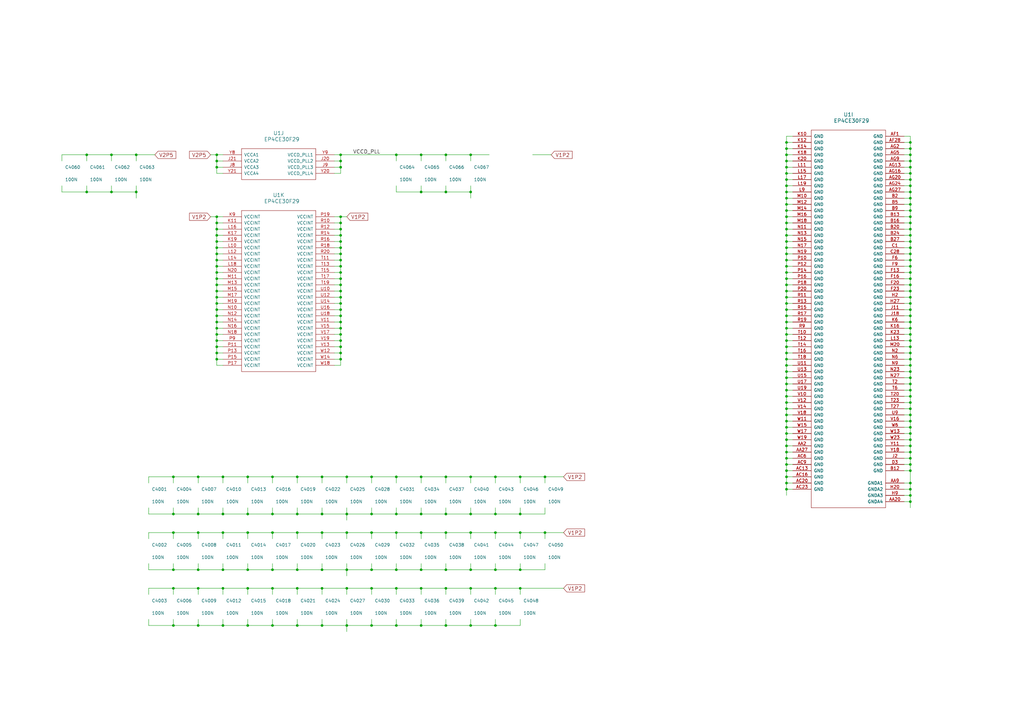
<source format=kicad_sch>
(kicad_sch (version 20230121) (generator eeschema)
  (paper "A3")
  (title_block (title "Daisho Project Main Board") (date "10 Oct 2014") (rev "0") (company "ShareBrained Technology, Inc.") (comment 1 "Copyright © 2013 Jared Boone") (comment 2 "License: GNU General Public License, version 2"))
  (junction (at 142.24 241.3))
  (junction (at 139.7 104.14))
  (junction (at 172.72 233.68))
  (junction (at 182.88 218.44))
  (junction (at 55.88 63.5))
  (junction (at 55.88 78.74))
  (junction (at 142.24 233.68))
  (junction (at 81.28 233.68))
  (junction (at 322.58 66.04))
  (junction (at 322.58 198.12))
  (junction (at 88.9 109.22))
  (junction (at 121.92 241.3))
  (junction (at 373.38 157.48))
  (junction (at 322.58 63.5))
  (junction (at 88.9 116.84))
  (junction (at 322.58 172.72))
  (junction (at 111.76 195.58))
  (junction (at 373.38 68.58))
  (junction (at 203.2 218.44))
  (junction (at 322.58 76.2))
  (junction (at 322.58 60.96))
  (junction (at 373.38 129.54))
  (junction (at 373.38 177.8))
  (junction (at 373.38 205.74))
  (junction (at 139.7 96.52))
  (junction (at 373.38 71.12))
  (junction (at 88.9 134.62))
  (junction (at 322.58 104.14))
  (junction (at 322.58 127))
  (junction (at 139.7 137.16))
  (junction (at 373.38 160.02))
  (junction (at 162.56 63.5))
  (junction (at 373.38 76.2))
  (junction (at 322.58 177.8))
  (junction (at 81.28 195.58))
  (junction (at 203.2 256.54))
  (junction (at 81.28 210.82))
  (junction (at 373.38 180.34))
  (junction (at 322.58 111.76))
  (junction (at 373.38 162.56))
  (junction (at 132.08 256.54))
  (junction (at 322.58 124.46))
  (junction (at 88.9 129.54))
  (junction (at 322.58 114.3))
  (junction (at 91.44 256.54))
  (junction (at 139.7 121.92))
  (junction (at 139.7 63.5))
  (junction (at 101.6 210.82))
  (junction (at 322.58 152.4))
  (junction (at 373.38 187.96))
  (junction (at 139.7 106.68))
  (junction (at 322.58 165.1))
  (junction (at 373.38 132.08))
  (junction (at 322.58 190.5))
  (junction (at 91.44 218.44))
  (junction (at 322.58 149.86))
  (junction (at 203.2 210.82))
  (junction (at 139.7 134.62))
  (junction (at 322.58 96.52))
  (junction (at 88.9 93.98))
  (junction (at 373.38 73.66))
  (junction (at 88.9 137.16))
  (junction (at 71.12 218.44))
  (junction (at 373.38 203.2))
  (junction (at 373.38 109.22))
  (junction (at 142.24 195.58))
  (junction (at 132.08 218.44))
  (junction (at 213.36 233.68))
  (junction (at 322.58 68.58))
  (junction (at 373.38 198.12))
  (junction (at 139.7 129.54))
  (junction (at 373.38 182.88))
  (junction (at 121.92 256.54))
  (junction (at 373.38 101.6))
  (junction (at 45.72 63.5))
  (junction (at 203.2 241.3))
  (junction (at 88.9 101.6))
  (junction (at 322.58 88.9))
  (junction (at 322.58 73.66))
  (junction (at 182.88 233.68))
  (junction (at 81.28 241.3))
  (junction (at 322.58 83.82))
  (junction (at 111.76 256.54))
  (junction (at 322.58 134.62))
  (junction (at 152.4 195.58))
  (junction (at 373.38 200.66))
  (junction (at 172.72 63.5))
  (junction (at 121.92 195.58))
  (junction (at 182.88 195.58))
  (junction (at 88.9 63.5))
  (junction (at 322.58 71.12))
  (junction (at 142.24 218.44))
  (junction (at 373.38 58.42))
  (junction (at 88.9 119.38))
  (junction (at 132.08 195.58))
  (junction (at 111.76 218.44))
  (junction (at 373.38 60.96))
  (junction (at 88.9 132.08))
  (junction (at 91.44 195.58))
  (junction (at 71.12 210.82))
  (junction (at 322.58 180.34))
  (junction (at 139.7 144.78))
  (junction (at 152.4 241.3))
  (junction (at 182.88 256.54))
  (junction (at 132.08 233.68))
  (junction (at 322.58 121.92))
  (junction (at 322.58 78.74))
  (junction (at 213.36 210.82))
  (junction (at 373.38 63.5))
  (junction (at 373.38 91.44))
  (junction (at 373.38 149.86))
  (junction (at 223.52 218.44))
  (junction (at 203.2 195.58))
  (junction (at 193.04 241.3))
  (junction (at 142.24 256.54))
  (junction (at 193.04 256.54))
  (junction (at 322.58 106.68))
  (junction (at 88.9 147.32))
  (junction (at 162.56 256.54))
  (junction (at 101.6 195.58))
  (junction (at 373.38 167.64))
  (junction (at 152.4 218.44))
  (junction (at 193.04 210.82))
  (junction (at 91.44 241.3))
  (junction (at 322.58 142.24))
  (junction (at 322.58 109.22))
  (junction (at 182.88 210.82))
  (junction (at 193.04 63.5))
  (junction (at 111.76 233.68))
  (junction (at 91.44 233.68))
  (junction (at 88.9 121.92))
  (junction (at 111.76 210.82))
  (junction (at 322.58 144.78))
  (junction (at 182.88 241.3))
  (junction (at 101.6 218.44))
  (junction (at 91.44 210.82))
  (junction (at 162.56 241.3))
  (junction (at 139.7 109.22))
  (junction (at 322.58 162.56))
  (junction (at 88.9 114.3))
  (junction (at 213.36 241.3))
  (junction (at 152.4 233.68))
  (junction (at 373.38 193.04))
  (junction (at 373.38 137.16))
  (junction (at 139.7 139.7))
  (junction (at 322.58 91.44))
  (junction (at 88.9 99.06))
  (junction (at 139.7 93.98))
  (junction (at 373.38 190.5))
  (junction (at 322.58 116.84))
  (junction (at 132.08 241.3))
  (junction (at 373.38 99.06))
  (junction (at 322.58 81.28))
  (junction (at 322.58 93.98))
  (junction (at 101.6 233.68))
  (junction (at 139.7 114.3))
  (junction (at 121.92 218.44))
  (junction (at 162.56 233.68))
  (junction (at 373.38 78.74))
  (junction (at 373.38 142.24))
  (junction (at 88.9 68.58))
  (junction (at 373.38 175.26))
  (junction (at 139.7 124.46))
  (junction (at 152.4 210.82))
  (junction (at 322.58 182.88))
  (junction (at 322.58 137.16))
  (junction (at 373.38 93.98))
  (junction (at 139.7 132.08))
  (junction (at 88.9 144.78))
  (junction (at 139.7 101.6))
  (junction (at 322.58 193.04))
  (junction (at 373.38 185.42))
  (junction (at 162.56 218.44))
  (junction (at 172.72 256.54))
  (junction (at 81.28 218.44))
  (junction (at 373.38 106.68))
  (junction (at 101.6 241.3))
  (junction (at 373.38 152.4))
  (junction (at 139.7 116.84))
  (junction (at 322.58 187.96))
  (junction (at 322.58 154.94))
  (junction (at 152.4 256.54))
  (junction (at 132.08 210.82))
  (junction (at 88.9 91.44))
  (junction (at 322.58 175.26))
  (junction (at 213.36 195.58))
  (junction (at 172.72 210.82))
  (junction (at 373.38 144.78))
  (junction (at 373.38 147.32))
  (junction (at 193.04 78.74))
  (junction (at 373.38 127))
  (junction (at 45.72 78.74))
  (junction (at 139.7 119.38))
  (junction (at 322.58 185.42))
  (junction (at 142.24 210.82))
  (junction (at 139.7 127))
  (junction (at 172.72 241.3))
  (junction (at 111.76 241.3))
  (junction (at 139.7 68.58))
  (junction (at 373.38 81.28))
  (junction (at 322.58 101.6))
  (junction (at 182.88 63.5))
  (junction (at 139.7 66.04))
  (junction (at 322.58 129.54))
  (junction (at 81.28 256.54))
  (junction (at 223.52 195.58))
  (junction (at 373.38 104.14))
  (junction (at 101.6 256.54))
  (junction (at 121.92 233.68))
  (junction (at 193.04 195.58))
  (junction (at 88.9 124.46))
  (junction (at 139.7 147.32))
  (junction (at 373.38 154.94))
  (junction (at 373.38 134.62))
  (junction (at 182.88 78.74))
  (junction (at 88.9 66.04))
  (junction (at 139.7 142.24))
  (junction (at 322.58 86.36))
  (junction (at 322.58 119.38))
  (junction (at 373.38 114.3))
  (junction (at 322.58 170.18))
  (junction (at 162.56 195.58))
  (junction (at 373.38 86.36))
  (junction (at 373.38 66.04))
  (junction (at 203.2 233.68))
  (junction (at 322.58 99.06))
  (junction (at 322.58 132.08))
  (junction (at 322.58 157.48))
  (junction (at 88.9 88.9))
  (junction (at 162.56 210.82))
  (junction (at 322.58 160.02))
  (junction (at 71.12 233.68))
  (junction (at 88.9 127))
  (junction (at 139.7 88.9))
  (junction (at 172.72 195.58))
  (junction (at 193.04 218.44))
  (junction (at 373.38 121.92))
  (junction (at 71.12 256.54))
  (junction (at 373.38 111.76))
  (junction (at 373.38 83.82))
  (junction (at 88.9 96.52))
  (junction (at 322.58 58.42))
  (junction (at 88.9 106.68))
  (junction (at 373.38 88.9))
  (junction (at 373.38 116.84))
  (junction (at 88.9 139.7))
  (junction (at 121.92 210.82))
  (junction (at 88.9 142.24))
  (junction (at 71.12 195.58))
  (junction (at 322.58 195.58))
  (junction (at 373.38 170.18))
  (junction (at 71.12 241.3))
  (junction (at 172.72 218.44))
  (junction (at 373.38 139.7))
  (junction (at 373.38 119.38))
  (junction (at 373.38 96.52))
  (junction (at 172.72 78.74))
  (junction (at 373.38 124.46))
  (junction (at 213.36 218.44))
  (junction (at 139.7 99.06))
  (junction (at 373.38 172.72))
  (junction (at 88.9 111.76))
  (junction (at 35.56 63.5))
  (junction (at 193.04 233.68))
  (junction (at 322.58 167.64))
  (junction (at 88.9 104.14))
  (junction (at 373.38 165.1))
  (junction (at 322.58 147.32))
  (junction (at 139.7 91.44))
  (junction (at 322.58 200.66))
  (junction (at 322.58 139.7))
  (junction (at 139.7 111.76))
  (junction (at 35.56 78.74))
  (wire (pts (xy 88.9 93.98) (xy 91.44 93.98)))
  (wire (pts (xy 101.6 210.82) (xy 101.6 208.28)))
  (wire (pts (xy 373.38 63.5) (xy 373.38 66.04)))
  (wire (pts (xy 373.38 114.3) (xy 370.84 114.3)))
  (wire (pts (xy 322.58 154.94) (xy 322.58 157.48)))
  (wire (pts (xy 121.92 233.68) (xy 132.08 233.68)))
  (wire (pts (xy 88.9 91.44) (xy 88.9 88.9)))
  (wire (pts (xy 213.36 241.3) (xy 213.36 243.84)))
  (wire (pts (xy 322.58 139.7) (xy 325.12 139.7)))
  (wire (pts (xy 373.38 127) (xy 373.38 129.54)))
  (wire (pts (xy 373.38 66.04) (xy 373.38 68.58)))
  (wire (pts (xy 193.04 256.54) (xy 193.04 254)))
  (wire (pts (xy 373.38 99.06) (xy 370.84 99.06)))
  (wire (pts (xy 152.4 256.54) (xy 142.24 256.54)))
  (wire (pts (xy 172.72 218.44) (xy 172.72 220.98)))
  (wire (pts (xy 203.2 256.54) (xy 203.2 254)))
  (wire (pts (xy 182.88 256.54) (xy 182.88 254)))
  (wire (pts (xy 152.4 233.68) (xy 162.56 233.68)))
  (wire (pts (xy 88.9 66.04) (xy 88.9 63.5)))
  (wire (pts (xy 373.38 111.76) (xy 370.84 111.76)))
  (wire (pts (xy 322.58 162.56) (xy 322.58 165.1)))
  (wire (pts (xy 139.7 63.5) (xy 162.56 63.5)))
  (wire (pts (xy 162.56 256.54) (xy 152.4 256.54)))
  (wire (pts (xy 111.76 241.3) (xy 111.76 243.84)))
  (wire (pts (xy 172.72 241.3) (xy 162.56 241.3)))
  (wire (pts (xy 132.08 241.3) (xy 121.92 241.3)))
  (wire (pts (xy 322.58 160.02) (xy 322.58 162.56)))
  (wire (pts (xy 203.2 218.44) (xy 203.2 220.98)))
  (wire (pts (xy 322.58 195.58) (xy 325.12 195.58)))
  (wire (pts (xy 88.9 139.7) (xy 91.44 139.7)))
  (wire (pts (xy 193.04 210.82) (xy 193.04 208.28)))
  (wire (pts (xy 373.38 86.36) (xy 373.38 88.9)))
  (wire (pts (xy 91.44 63.5) (xy 88.9 63.5)))
  (wire (pts (xy 193.04 195.58) (xy 193.04 198.12)))
  (wire (pts (xy 373.38 83.82) (xy 370.84 83.82)))
  (wire (pts (xy 162.56 210.82) (xy 162.56 208.28)))
  (wire (pts (xy 91.44 218.44) (xy 81.28 218.44)))
  (wire (pts (xy 322.58 91.44) (xy 325.12 91.44)))
  (wire (pts (xy 373.38 190.5) (xy 370.84 190.5)))
  (wire (pts (xy 121.92 241.3) (xy 121.92 243.84)))
  (wire (pts (xy 213.36 218.44) (xy 203.2 218.44)))
  (wire (pts (xy 322.58 66.04) (xy 325.12 66.04)))
  (wire (pts (xy 213.36 218.44) (xy 213.36 220.98)))
  (wire (pts (xy 139.7 147.32) (xy 139.7 144.78)))
  (wire (pts (xy 162.56 233.68) (xy 162.56 231.14)))
  (wire (pts (xy 139.7 96.52) (xy 139.7 93.98)))
  (wire (pts (xy 322.58 121.92) (xy 325.12 121.92)))
  (wire (pts (xy 373.38 119.38) (xy 370.84 119.38)))
  (wire (pts (xy 322.58 172.72) (xy 322.58 175.26)))
  (wire (pts (xy 322.58 195.58) (xy 322.58 198.12)))
  (wire (pts (xy 322.58 86.36) (xy 322.58 88.9)))
  (wire (pts (xy 373.38 147.32) (xy 373.38 149.86)))
  (wire (pts (xy 203.2 195.58) (xy 193.04 195.58)))
  (wire (pts (xy 111.76 256.54) (xy 111.76 254)))
  (wire (pts (xy 35.56 63.5) (xy 45.72 63.5)))
  (wire (pts (xy 139.7 99.06) (xy 137.16 99.06)))
  (wire (pts (xy 322.58 111.76) (xy 322.58 114.3)))
  (wire (pts (xy 213.36 210.82) (xy 213.36 208.28)))
  (wire (pts (xy 373.38 116.84) (xy 373.38 119.38)))
  (wire (pts (xy 322.58 144.78) (xy 325.12 144.78)))
  (wire (pts (xy 172.72 256.54) (xy 162.56 256.54)))
  (wire (pts (xy 203.2 195.58) (xy 203.2 198.12)))
  (wire (pts (xy 373.38 182.88) (xy 373.38 185.42)))
  (wire (pts (xy 223.52 198.12) (xy 223.52 195.58)))
  (wire (pts (xy 373.38 63.5) (xy 370.84 63.5)))
  (wire (pts (xy 25.4 76.2) (xy 25.4 78.74)))
  (wire (pts (xy 139.7 132.08) (xy 139.7 129.54)))
  (wire (pts (xy 373.38 154.94) (xy 370.84 154.94)))
  (wire (pts (xy 121.92 256.54) (xy 111.76 256.54)))
  (wire (pts (xy 182.88 76.2) (xy 182.88 78.74)))
  (wire (pts (xy 132.08 195.58) (xy 121.92 195.58)))
  (wire (pts (xy 373.38 81.28) (xy 370.84 81.28)))
  (wire (pts (xy 91.44 149.86) (xy 88.9 149.86)))
  (wire (pts (xy 373.38 114.3) (xy 373.38 116.84)))
  (wire (pts (xy 139.7 139.7) (xy 137.16 139.7)))
  (wire (pts (xy 373.38 185.42) (xy 370.84 185.42)))
  (wire (pts (xy 322.58 129.54) (xy 322.58 132.08)))
  (wire (pts (xy 162.56 63.5) (xy 162.56 66.04)))
  (wire (pts (xy 373.38 185.42) (xy 373.38 187.96)))
  (wire (pts (xy 139.7 129.54) (xy 137.16 129.54)))
  (wire (pts (xy 373.38 205.74) (xy 373.38 208.28)))
  (wire (pts (xy 81.28 210.82) (xy 81.28 208.28)))
  (wire (pts (xy 35.56 66.04) (xy 35.56 63.5)))
  (wire (pts (xy 370.84 205.74) (xy 373.38 205.74)))
  (wire (pts (xy 88.9 142.24) (xy 88.9 139.7)))
  (wire (pts (xy 162.56 241.3) (xy 162.56 243.84)))
  (wire (pts (xy 373.38 73.66) (xy 373.38 76.2)))
  (wire (pts (xy 223.52 233.68) (xy 223.52 231.14)))
  (wire (pts (xy 322.58 144.78) (xy 322.58 147.32)))
  (wire (pts (xy 203.2 210.82) (xy 203.2 208.28)))
  (wire (pts (xy 322.58 119.38) (xy 325.12 119.38)))
  (wire (pts (xy 203.2 241.3) (xy 203.2 243.84)))
  (wire (pts (xy 162.56 256.54) (xy 162.56 254)))
  (wire (pts (xy 88.9 96.52) (xy 91.44 96.52)))
  (wire (pts (xy 322.58 86.36) (xy 325.12 86.36)))
  (wire (pts (xy 71.12 210.82) (xy 81.28 210.82)))
  (wire (pts (xy 121.92 210.82) (xy 121.92 208.28)))
  (wire (pts (xy 60.96 231.14) (xy 60.96 233.68)))
  (wire (pts (xy 373.38 147.32) (xy 370.84 147.32)))
  (wire (pts (xy 142.24 213.36) (xy 142.24 210.82)))
  (wire (pts (xy 373.38 152.4) (xy 370.84 152.4)))
  (wire (pts (xy 139.7 71.12) (xy 137.16 71.12)))
  (wire (pts (xy 373.38 157.48) (xy 370.84 157.48)))
  (wire (pts (xy 88.9 63.5) (xy 86.36 63.5)))
  (wire (pts (xy 152.4 218.44) (xy 142.24 218.44)))
  (wire (pts (xy 139.7 137.16) (xy 139.7 134.62)))
  (wire (pts (xy 172.72 210.82) (xy 182.88 210.82)))
  (wire (pts (xy 101.6 233.68) (xy 101.6 231.14)))
  (wire (pts (xy 35.56 78.74) (xy 45.72 78.74)))
  (wire (pts (xy 373.38 170.18) (xy 370.84 170.18)))
  (wire (pts (xy 322.58 63.5) (xy 325.12 63.5)))
  (wire (pts (xy 373.38 142.24) (xy 373.38 144.78)))
  (wire (pts (xy 152.4 195.58) (xy 152.4 198.12)))
  (wire (pts (xy 111.76 241.3) (xy 101.6 241.3)))
  (wire (pts (xy 139.7 149.86) (xy 139.7 147.32)))
  (wire (pts (xy 322.58 187.96) (xy 322.58 190.5)))
  (wire (pts (xy 35.56 76.2) (xy 35.56 78.74)))
  (wire (pts (xy 373.38 182.88) (xy 370.84 182.88)))
  (wire (pts (xy 373.38 104.14) (xy 373.38 106.68)))
  (wire (pts (xy 139.7 127) (xy 137.16 127)))
  (wire (pts (xy 91.44 147.32) (xy 88.9 147.32)))
  (wire (pts (xy 139.7 111.76) (xy 139.7 109.22)))
  (wire (pts (xy 162.56 218.44) (xy 152.4 218.44)))
  (wire (pts (xy 60.96 208.28) (xy 60.96 210.82)))
  (wire (pts (xy 373.38 76.2) (xy 370.84 76.2)))
  (wire (pts (xy 91.44 233.68) (xy 91.44 231.14)))
  (wire (pts (xy 373.38 73.66) (xy 370.84 73.66)))
  (wire (pts (xy 101.6 210.82) (xy 111.76 210.82)))
  (wire (pts (xy 91.44 195.58) (xy 81.28 195.58)))
  (wire (pts (xy 322.58 76.2) (xy 325.12 76.2)))
  (wire (pts (xy 45.72 63.5) (xy 55.88 63.5)))
  (wire (pts (xy 325.12 55.88) (xy 322.58 55.88)))
  (wire (pts (xy 193.04 78.74) (xy 193.04 76.2)))
  (wire (pts (xy 121.92 233.68) (xy 121.92 231.14)))
  (wire (pts (xy 373.38 93.98) (xy 370.84 93.98)))
  (wire (pts (xy 322.58 149.86) (xy 325.12 149.86)))
  (wire (pts (xy 322.58 116.84) (xy 325.12 116.84)))
  (wire (pts (xy 373.38 187.96) (xy 373.38 190.5)))
  (wire (pts (xy 373.38 149.86) (xy 370.84 149.86)))
  (wire (pts (xy 373.38 139.7) (xy 373.38 142.24)))
  (wire (pts (xy 81.28 195.58) (xy 81.28 198.12)))
  (wire (pts (xy 81.28 195.58) (xy 71.12 195.58)))
  (wire (pts (xy 91.44 256.54) (xy 81.28 256.54)))
  (wire (pts (xy 60.96 218.44) (xy 60.96 220.98)))
  (wire (pts (xy 322.58 104.14) (xy 325.12 104.14)))
  (wire (pts (xy 373.38 149.86) (xy 373.38 152.4)))
  (wire (pts (xy 373.38 137.16) (xy 373.38 139.7)))
  (wire (pts (xy 373.38 177.8) (xy 373.38 180.34)))
  (wire (pts (xy 373.38 78.74) (xy 373.38 81.28)))
  (wire (pts (xy 162.56 218.44) (xy 162.56 220.98)))
  (wire (pts (xy 139.7 96.52) (xy 137.16 96.52)))
  (wire (pts (xy 373.38 106.68) (xy 370.84 106.68)))
  (wire (pts (xy 139.7 121.92) (xy 139.7 119.38)))
  (wire (pts (xy 81.28 241.3) (xy 81.28 243.84)))
  (wire (pts (xy 373.38 124.46) (xy 373.38 127)))
  (wire (pts (xy 139.7 124.46) (xy 139.7 121.92)))
  (wire (pts (xy 322.58 73.66) (xy 325.12 73.66)))
  (wire (pts (xy 373.38 198.12) (xy 373.38 200.66)))
  (wire (pts (xy 88.9 134.62) (xy 91.44 134.62)))
  (wire (pts (xy 137.16 63.5) (xy 139.7 63.5)))
  (wire (pts (xy 139.7 66.04) (xy 137.16 66.04)))
  (wire (pts (xy 373.38 71.12) (xy 373.38 73.66)))
  (wire (pts (xy 142.24 195.58) (xy 132.08 195.58)))
  (wire (pts (xy 139.7 104.14) (xy 139.7 101.6)))
  (wire (pts (xy 60.96 210.82) (xy 71.12 210.82)))
  (wire (pts (xy 322.58 99.06) (xy 325.12 99.06)))
  (wire (pts (xy 322.58 106.68) (xy 322.58 109.22)))
  (wire (pts (xy 88.9 91.44) (xy 91.44 91.44)))
  (wire (pts (xy 139.7 114.3) (xy 137.16 114.3)))
  (wire (pts (xy 231.14 218.44) (xy 223.52 218.44)))
  (wire (pts (xy 71.12 256.54) (xy 60.96 256.54)))
  (wire (pts (xy 88.9 129.54) (xy 91.44 129.54)))
  (wire (pts (xy 322.58 157.48) (xy 322.58 160.02)))
  (wire (pts (xy 162.56 63.5) (xy 172.72 63.5)))
  (wire (pts (xy 142.24 210.82) (xy 152.4 210.82)))
  (wire (pts (xy 373.38 203.2) (xy 373.38 205.74)))
  (wire (pts (xy 139.7 109.22) (xy 137.16 109.22)))
  (wire (pts (xy 213.36 233.68) (xy 213.36 231.14)))
  (wire (pts (xy 373.38 121.92) (xy 370.84 121.92)))
  (wire (pts (xy 88.9 71.12) (xy 88.9 68.58)))
  (wire (pts (xy 322.58 119.38) (xy 322.58 121.92)))
  (wire (pts (xy 322.58 175.26) (xy 322.58 177.8)))
  (wire (pts (xy 322.58 185.42) (xy 322.58 187.96)))
  (wire (pts (xy 88.9 121.92) (xy 88.9 119.38)))
  (wire (pts (xy 373.38 104.14) (xy 370.84 104.14)))
  (wire (pts (xy 91.44 233.68) (xy 101.6 233.68)))
  (wire (pts (xy 373.38 88.9) (xy 370.84 88.9)))
  (wire (pts (xy 213.36 210.82) (xy 223.52 210.82)))
  (wire (pts (xy 322.58 200.66) (xy 322.58 203.2)))
  (wire (pts (xy 139.7 119.38) (xy 139.7 116.84)))
  (wire (pts (xy 373.38 96.52) (xy 373.38 99.06)))
  (wire (pts (xy 88.9 147.32) (xy 88.9 144.78)))
  (wire (pts (xy 132.08 256.54) (xy 132.08 254)))
  (wire (pts (xy 373.38 157.48) (xy 373.38 160.02)))
  (wire (pts (xy 88.9 68.58) (xy 88.9 66.04)))
  (wire (pts (xy 162.56 233.68) (xy 172.72 233.68)))
  (wire (pts (xy 373.38 88.9) (xy 373.38 91.44)))
  (wire (pts (xy 88.9 104.14) (xy 88.9 101.6)))
  (wire (pts (xy 172.72 233.68) (xy 182.88 233.68)))
  (wire (pts (xy 373.38 172.72) (xy 370.84 172.72)))
  (wire (pts (xy 71.12 243.84) (xy 71.12 241.3)))
  (wire (pts (xy 55.88 63.5) (xy 63.5 63.5)))
  (wire (pts (xy 322.58 134.62) (xy 325.12 134.62)))
  (wire (pts (xy 88.9 99.06) (xy 91.44 99.06)))
  (wire (pts (xy 182.88 218.44) (xy 182.88 220.98)))
  (wire (pts (xy 142.24 233.68) (xy 152.4 233.68)))
  (wire (pts (xy 370.84 55.88) (xy 373.38 55.88)))
  (wire (pts (xy 373.38 99.06) (xy 373.38 101.6)))
  (wire (pts (xy 373.38 60.96) (xy 373.38 63.5)))
  (wire (pts (xy 373.38 124.46) (xy 370.84 124.46)))
  (wire (pts (xy 45.72 78.74) (xy 55.88 78.74)))
  (wire (pts (xy 142.24 256.54) (xy 142.24 254)))
  (wire (pts (xy 142.24 88.9) (xy 139.7 88.9)))
  (wire (pts (xy 182.88 78.74) (xy 193.04 78.74)))
  (wire (pts (xy 111.76 256.54) (xy 101.6 256.54)))
  (wire (pts (xy 322.58 175.26) (xy 325.12 175.26)))
  (wire (pts (xy 139.7 132.08) (xy 137.16 132.08)))
  (wire (pts (xy 322.58 137.16) (xy 325.12 137.16)))
  (wire (pts (xy 162.56 195.58) (xy 162.56 198.12)))
  (wire (pts (xy 322.58 198.12) (xy 325.12 198.12)))
  (wire (pts (xy 322.58 149.86) (xy 322.58 152.4)))
  (wire (pts (xy 88.9 101.6) (xy 91.44 101.6)))
  (wire (pts (xy 322.58 99.06) (xy 322.58 101.6)))
  (wire (pts (xy 322.58 190.5) (xy 322.58 193.04)))
  (wire (pts (xy 139.7 106.68) (xy 139.7 104.14)))
  (wire (pts (xy 322.58 129.54) (xy 325.12 129.54)))
  (wire (pts (xy 373.38 91.44) (xy 373.38 93.98)))
  (wire (pts (xy 373.38 91.44) (xy 370.84 91.44)))
  (wire (pts (xy 88.9 109.22) (xy 88.9 106.68)))
  (wire (pts (xy 193.04 218.44) (xy 193.04 220.98)))
  (wire (pts (xy 223.52 220.98) (xy 223.52 218.44)))
  (wire (pts (xy 203.2 241.3) (xy 193.04 241.3)))
  (wire (pts (xy 132.08 241.3) (xy 132.08 243.84)))
  (wire (pts (xy 322.58 170.18) (xy 325.12 170.18)))
  (wire (pts (xy 373.38 58.42) (xy 370.84 58.42)))
  (wire (pts (xy 81.28 256.54) (xy 81.28 254)))
  (wire (pts (xy 152.4 195.58) (xy 142.24 195.58)))
  (wire (pts (xy 162.56 195.58) (xy 152.4 195.58)))
  (wire (pts (xy 172.72 63.5) (xy 182.88 63.5)))
  (wire (pts (xy 322.58 180.34) (xy 322.58 182.88)))
  (wire (pts (xy 91.44 241.3) (xy 81.28 241.3)))
  (wire (pts (xy 322.58 109.22) (xy 322.58 111.76)))
  (wire (pts (xy 322.58 182.88) (xy 322.58 185.42)))
  (wire (pts (xy 101.6 218.44) (xy 101.6 220.98)))
  (wire (pts (xy 213.36 233.68) (xy 223.52 233.68)))
  (wire (pts (xy 373.38 190.5) (xy 373.38 193.04)))
  (wire (pts (xy 172.72 78.74) (xy 172.72 76.2)))
  (wire (pts (xy 223.52 210.82) (xy 223.52 208.28)))
  (wire (pts (xy 132.08 233.68) (xy 142.24 233.68)))
  (wire (pts (xy 88.9 116.84) (xy 88.9 114.3)))
  (wire (pts (xy 152.4 233.68) (xy 152.4 231.14)))
  (wire (pts (xy 172.72 256.54) (xy 172.72 254)))
  (wire (pts (xy 322.58 121.92) (xy 322.58 124.46)))
  (wire (pts (xy 121.92 195.58) (xy 111.76 195.58)))
  (wire (pts (xy 322.58 78.74) (xy 322.58 81.28)))
  (wire (pts (xy 139.7 93.98) (xy 137.16 93.98)))
  (wire (pts (xy 373.38 134.62) (xy 373.38 137.16)))
  (wire (pts (xy 88.9 104.14) (xy 91.44 104.14)))
  (wire (pts (xy 139.7 66.04) (xy 139.7 68.58)))
  (wire (pts (xy 373.38 127) (xy 370.84 127)))
  (wire (pts (xy 88.9 132.08) (xy 88.9 129.54)))
  (wire (pts (xy 111.76 210.82) (xy 111.76 208.28)))
  (wire (pts (xy 322.58 114.3) (xy 325.12 114.3)))
  (wire (pts (xy 322.58 165.1) (xy 325.12 165.1)))
  (wire (pts (xy 373.38 144.78) (xy 373.38 147.32)))
  (wire (pts (xy 322.58 193.04) (xy 322.58 195.58)))
  (wire (pts (xy 111.76 233.68) (xy 121.92 233.68)))
  (wire (pts (xy 322.58 91.44) (xy 322.58 93.98)))
  (wire (pts (xy 91.44 88.9) (xy 88.9 88.9)))
  (wire (pts (xy 152.4 210.82) (xy 152.4 208.28)))
  (wire (pts (xy 373.38 160.02) (xy 370.84 160.02)))
  (wire (pts (xy 81.28 241.3) (xy 71.12 241.3)))
  (wire (pts (xy 373.38 106.68) (xy 373.38 109.22)))
  (wire (pts (xy 88.9 137.16) (xy 88.9 134.62)))
  (wire (pts (xy 111.76 218.44) (xy 101.6 218.44)))
  (wire (pts (xy 88.9 88.9) (xy 86.36 88.9)))
  (wire (pts (xy 71.12 208.28) (xy 71.12 210.82)))
  (wire (pts (xy 101.6 256.54) (xy 101.6 254)))
  (wire (pts (xy 373.38 129.54) (xy 373.38 132.08)))
  (wire (pts (xy 88.9 119.38) (xy 88.9 116.84)))
  (wire (pts (xy 373.38 165.1) (xy 373.38 167.64)))
  (wire (pts (xy 172.72 195.58) (xy 172.72 198.12)))
  (wire (pts (xy 193.04 63.5) (xy 193.04 66.04)))
  (wire (pts (xy 322.58 124.46) (xy 322.58 127)))
  (wire (pts (xy 88.9 66.04) (xy 91.44 66.04)))
  (wire (pts (xy 137.16 68.58) (xy 139.7 68.58)))
  (wire (pts (xy 373.38 101.6) (xy 370.84 101.6)))
  (wire (pts (xy 139.7 129.54) (xy 139.7 127)))
  (wire (pts (xy 322.58 127) (xy 325.12 127)))
  (wire (pts (xy 88.9 144.78) (xy 88.9 142.24)))
  (wire (pts (xy 322.58 132.08) (xy 325.12 132.08)))
  (wire (pts (xy 139.7 111.76) (xy 137.16 111.76)))
  (wire (pts (xy 373.38 154.94) (xy 373.38 157.48)))
  (wire (pts (xy 373.38 193.04) (xy 373.38 198.12)))
  (wire (pts (xy 101.6 233.68) (xy 111.76 233.68)))
  (wire (pts (xy 139.7 142.24) (xy 139.7 139.7)))
  (wire (pts (xy 91.44 210.82) (xy 101.6 210.82)))
  (wire (pts (xy 213.36 254) (xy 213.36 256.54)))
  (wire (pts (xy 182.88 210.82) (xy 182.88 208.28)))
  (wire (pts (xy 139.7 99.06) (xy 139.7 96.52)))
  (wire (pts (xy 322.58 71.12) (xy 325.12 71.12)))
  (wire (pts (xy 373.38 68.58) (xy 370.84 68.58)))
  (wire (pts (xy 373.38 86.36) (xy 370.84 86.36)))
  (wire (pts (xy 373.38 55.88) (xy 373.38 58.42)))
  (wire (pts (xy 139.7 101.6) (xy 137.16 101.6)))
  (wire (pts (xy 322.58 172.72) (xy 325.12 172.72)))
  (wire (pts (xy 373.38 83.82) (xy 373.38 86.36)))
  (wire (pts (xy 139.7 68.58) (xy 139.7 71.12)))
  (wire (pts (xy 101.6 241.3) (xy 91.44 241.3)))
  (wire (pts (xy 139.7 91.44) (xy 137.16 91.44)))
  (wire (pts (xy 101.6 195.58) (xy 101.6 198.12)))
  (wire (pts (xy 88.9 109.22) (xy 91.44 109.22)))
  (wire (pts (xy 203.2 218.44) (xy 193.04 218.44)))
  (wire (pts (xy 322.58 58.42) (xy 325.12 58.42)))
  (wire (pts (xy 139.7 139.7) (xy 139.7 137.16)))
  (wire (pts (xy 139.7 142.24) (xy 137.16 142.24)))
  (wire (pts (xy 373.38 101.6) (xy 373.38 104.14)))
  (wire (pts (xy 373.38 132.08) (xy 373.38 134.62)))
  (wire (pts (xy 121.92 195.58) (xy 121.92 198.12)))
  (wire (pts (xy 81.28 233.68) (xy 81.28 231.14)))
  (wire (pts (xy 373.38 152.4) (xy 373.38 154.94)))
  (wire (pts (xy 101.6 241.3) (xy 101.6 243.84)))
  (wire (pts (xy 373.38 200.66) (xy 370.84 200.66)))
  (wire (pts (xy 373.38 139.7) (xy 370.84 139.7)))
  (wire (pts (xy 88.9 124.46) (xy 88.9 121.92)))
  (wire (pts (xy 322.58 134.62) (xy 322.58 137.16)))
  (wire (pts (xy 322.58 190.5) (xy 325.12 190.5)))
  (wire (pts (xy 322.58 88.9) (xy 322.58 91.44)))
  (wire (pts (xy 182.88 195.58) (xy 172.72 195.58)))
  (wire (pts (xy 142.24 256.54) (xy 132.08 256.54)))
  (wire (pts (xy 172.72 63.5) (xy 172.72 66.04)))
  (wire (pts (xy 322.58 66.04) (xy 322.58 68.58)))
  (wire (pts (xy 193.04 63.5) (xy 200.66 63.5)))
  (wire (pts (xy 322.58 78.74) (xy 325.12 78.74)))
  (wire (pts (xy 193.04 233.68) (xy 203.2 233.68)))
  (wire (pts (xy 139.7 116.84) (xy 137.16 116.84)))
  (wire (pts (xy 373.38 60.96) (xy 370.84 60.96)))
  (wire (pts (xy 322.58 76.2) (xy 322.58 78.74)))
  (wire (pts (xy 373.38 193.04) (xy 370.84 193.04)))
  (wire (pts (xy 111.76 210.82) (xy 121.92 210.82)))
  (wire (pts (xy 322.58 68.58) (xy 325.12 68.58)))
  (wire (pts (xy 142.24 218.44) (xy 142.24 220.98)))
  (wire (pts (xy 203.2 256.54) (xy 193.04 256.54)))
  (wire (pts (xy 373.38 81.28) (xy 373.38 83.82)))
  (wire (pts (xy 373.38 165.1) (xy 370.84 165.1)))
  (wire (pts (xy 182.88 233.68) (xy 182.88 231.14)))
  (wire (pts (xy 213.36 256.54) (xy 203.2 256.54)))
  (wire (pts (xy 139.7 134.62) (xy 137.16 134.62)))
  (wire (pts (xy 322.58 124.46) (xy 325.12 124.46)))
  (wire (pts (xy 322.58 83.82) (xy 322.58 86.36)))
  (wire (pts (xy 139.7 101.6) (xy 139.7 99.06)))
  (wire (pts (xy 182.88 256.54) (xy 172.72 256.54)))
  (wire (pts (xy 322.58 142.24) (xy 325.12 142.24)))
  (wire (pts (xy 373.38 78.74) (xy 370.84 78.74)))
  (wire (pts (xy 152.4 218.44) (xy 152.4 220.98)))
  (wire (pts (xy 231.14 195.58) (xy 223.52 195.58)))
  (wire (pts (xy 322.58 58.42) (xy 322.58 60.96)))
  (wire (pts (xy 373.38 175.26) (xy 370.84 175.26)))
  (wire (pts (xy 139.7 137.16) (xy 137.16 137.16)))
  (wire (pts (xy 137.16 149.86) (xy 139.7 149.86)))
  (wire (pts (xy 45.72 76.2) (xy 45.72 78.74)))
  (wire (pts (xy 213.36 241.3) (xy 203.2 241.3)))
  (wire (pts (xy 223.52 218.44) (xy 213.36 218.44)))
  (wire (pts (xy 91.44 71.12) (xy 88.9 71.12)))
  (wire (pts (xy 322.58 116.84) (xy 322.58 119.38)))
  (wire (pts (xy 91.44 256.54) (xy 91.44 254)))
  (wire (pts (xy 142.24 195.58) (xy 142.24 198.12)))
  (wire (pts (xy 203.2 233.68) (xy 203.2 231.14)))
  (wire (pts (xy 91.44 241.3) (xy 91.44 243.84)))
  (wire (pts (xy 322.58 160.02) (xy 325.12 160.02)))
  (wire (pts (xy 88.9 121.92) (xy 91.44 121.92)))
  (wire (pts (xy 373.38 162.56) (xy 373.38 165.1)))
  (wire (pts (xy 81.28 218.44) (xy 81.28 220.98)))
  (wire (pts (xy 322.58 83.82) (xy 325.12 83.82)))
  (wire (pts (xy 88.9 111.76) (xy 88.9 109.22)))
  (wire (pts (xy 139.7 116.84) (xy 139.7 114.3)))
  (wire (pts (xy 121.92 218.44) (xy 111.76 218.44)))
  (wire (pts (xy 139.7 106.68) (xy 137.16 106.68)))
  (wire (pts (xy 373.38 180.34) (xy 373.38 182.88)))
  (wire (pts (xy 101.6 256.54) (xy 91.44 256.54)))
  (wire (pts (xy 373.38 167.64) (xy 370.84 167.64)))
  (wire (pts (xy 193.04 256.54) (xy 182.88 256.54)))
  (wire (pts (xy 373.38 180.34) (xy 370.84 180.34)))
  (wire (pts (xy 55.88 63.5) (xy 55.88 66.04)))
  (wire (pts (xy 322.58 60.96) (xy 322.58 63.5)))
  (wire (pts (xy 152.4 210.82) (xy 162.56 210.82)))
  (wire (pts (xy 322.58 185.42) (xy 325.12 185.42)))
  (wire (pts (xy 88.9 99.06) (xy 88.9 96.52)))
  (wire (pts (xy 139.7 119.38) (xy 137.16 119.38)))
  (wire (pts (xy 325.12 200.66) (xy 322.58 200.66)))
  (wire (pts (xy 132.08 218.44) (xy 121.92 218.44)))
  (wire (pts (xy 322.58 127) (xy 322.58 129.54)))
  (wire (pts (xy 322.58 109.22) (xy 325.12 109.22)))
  (wire (pts (xy 322.58 60.96) (xy 325.12 60.96)))
  (wire (pts (xy 322.58 73.66) (xy 322.58 76.2)))
  (wire (pts (xy 88.9 119.38) (xy 91.44 119.38)))
  (wire (pts (xy 71.12 233.68) (xy 81.28 233.68)))
  (wire (pts (xy 139.7 88.9) (xy 137.16 88.9)))
  (wire (pts (xy 322.58 71.12) (xy 322.58 73.66)))
  (wire (pts (xy 193.04 241.3) (xy 182.88 241.3)))
  (wire (pts (xy 213.36 195.58) (xy 203.2 195.58)))
  (wire (pts (xy 45.72 63.5) (xy 45.72 66.04)))
  (wire (pts (xy 162.56 78.74) (xy 172.72 78.74)))
  (wire (pts (xy 142.24 241.3) (xy 142.24 243.84)))
  (wire (pts (xy 322.58 96.52) (xy 325.12 96.52)))
  (wire (pts (xy 172.72 218.44) (xy 162.56 218.44)))
  (wire (pts (xy 193.04 241.3) (xy 193.04 243.84)))
  (wire (pts (xy 172.72 195.58) (xy 162.56 195.58)))
  (wire (pts (xy 88.9 137.16) (xy 91.44 137.16)))
  (wire (pts (xy 373.38 93.98) (xy 373.38 96.52)))
  (wire (pts (xy 60.96 233.68) (xy 71.12 233.68)))
  (wire (pts (xy 373.38 111.76) (xy 373.38 114.3)))
  (wire (pts (xy 88.9 111.76) (xy 91.44 111.76)))
  (wire (pts (xy 71.12 218.44) (xy 60.96 218.44)))
  (wire (pts (xy 373.38 160.02) (xy 373.38 162.56)))
  (wire (pts (xy 71.12 254) (xy 71.12 256.54)))
  (wire (pts (xy 373.38 66.04) (xy 370.84 66.04)))
  (wire (pts (xy 121.92 210.82) (xy 132.08 210.82)))
  (wire (pts (xy 322.58 81.28) (xy 325.12 81.28)))
  (wire (pts (xy 373.38 177.8) (xy 370.84 177.8)))
  (wire (pts (xy 162.56 76.2) (xy 162.56 78.74)))
  (wire (pts (xy 139.7 121.92) (xy 137.16 121.92)))
  (wire (pts (xy 322.58 152.4) (xy 322.58 154.94)))
  (wire (pts (xy 139.7 127) (xy 139.7 124.46)))
  (wire (pts (xy 132.08 195.58) (xy 132.08 198.12)))
  (wire (pts (xy 81.28 218.44) (xy 71.12 218.44)))
  (wire (pts (xy 322.58 96.52) (xy 322.58 99.06)))
  (wire (pts (xy 322.58 106.68) (xy 325.12 106.68)))
  (wire (pts (xy 182.88 218.44) (xy 172.72 218.44)))
  (wire (pts (xy 322.58 177.8) (xy 322.58 180.34)))
  (wire (pts (xy 322.58 111.76) (xy 325.12 111.76)))
  (wire (pts (xy 193.04 195.58) (xy 182.88 195.58)))
  (wire (pts (xy 373.38 200.66) (xy 373.38 203.2)))
  (wire (pts (xy 71.12 241.3) (xy 60.96 241.3)))
  (wire (pts (xy 373.38 203.2) (xy 370.84 203.2)))
  (wire (pts (xy 60.96 256.54) (xy 60.96 254)))
  (wire (pts (xy 88.9 134.62) (xy 88.9 132.08)))
  (wire (pts (xy 373.38 172.72) (xy 373.38 175.26)))
  (wire (pts (xy 373.38 76.2) (xy 373.38 78.74)))
  (wire (pts (xy 322.58 55.88) (xy 322.58 58.42)))
  (wire (pts (xy 139.7 91.44) (xy 139.7 88.9)))
  (wire (pts (xy 25.4 78.74) (xy 35.56 78.74)))
  (wire (pts (xy 139.7 93.98) (xy 139.7 91.44)))
  (wire (pts (xy 81.28 210.82) (xy 91.44 210.82)))
  (wire (pts (xy 322.58 180.34) (xy 325.12 180.34)))
  (wire (pts (xy 111.76 233.68) (xy 111.76 231.14)))
  (wire (pts (xy 142.24 236.22) (xy 142.24 233.68)))
  (wire (pts (xy 142.24 233.68) (xy 142.24 231.14)))
  (wire (pts (xy 81.28 256.54) (xy 71.12 256.54)))
  (wire (pts (xy 71.12 195.58) (xy 60.96 195.58)))
  (wire (pts (xy 322.58 81.28) (xy 322.58 83.82)))
  (wire (pts (xy 322.58 68.58) (xy 322.58 71.12)))
  (wire (pts (xy 322.58 198.12) (xy 322.58 200.66)))
  (wire (pts (xy 373.38 68.58) (xy 373.38 71.12)))
  (wire (pts (xy 25.4 63.5) (xy 35.56 63.5)))
  (wire (pts (xy 193.04 233.68) (xy 193.04 231.14)))
  (wire (pts (xy 322.58 177.8) (xy 325.12 177.8)))
  (wire (pts (xy 142.24 210.82) (xy 142.24 208.28)))
  (wire (pts (xy 373.38 109.22) (xy 370.84 109.22)))
  (wire (pts (xy 132.08 233.68) (xy 132.08 231.14)))
  (wire (pts (xy 71.12 220.98) (xy 71.12 218.44)))
  (wire (pts (xy 139.7 63.5) (xy 139.7 66.04)))
  (wire (pts (xy 322.58 162.56) (xy 325.12 162.56)))
  (wire (pts (xy 91.44 218.44) (xy 91.44 220.98)))
  (wire (pts (xy 373.38 175.26) (xy 373.38 177.8)))
  (wire (pts (xy 322.58 154.94) (xy 325.12 154.94)))
  (wire (pts (xy 322.58 93.98) (xy 325.12 93.98)))
  (wire (pts (xy 322.58 193.04) (xy 325.12 193.04)))
  (wire (pts (xy 101.6 195.58) (xy 91.44 195.58)))
  (wire (pts (xy 193.04 81.28) (xy 193.04 78.74)))
  (wire (pts (xy 139.7 114.3) (xy 139.7 111.76)))
  (wire (pts (xy 373.38 132.08) (xy 370.84 132.08)))
  (wire (pts (xy 322.58 142.24) (xy 322.58 144.78)))
  (wire (pts (xy 193.04 210.82) (xy 203.2 210.82)))
  (wire (pts (xy 322.58 152.4) (xy 325.12 152.4)))
  (wire (pts (xy 142.24 241.3) (xy 132.08 241.3)))
  (wire (pts (xy 322.58 157.48) (xy 325.12 157.48)))
  (wire (pts (xy 373.38 134.62) (xy 370.84 134.62)))
  (wire (pts (xy 88.9 144.78) (xy 91.44 144.78)))
  (wire (pts (xy 152.4 241.3) (xy 142.24 241.3)))
  (wire (pts (xy 88.9 149.86) (xy 88.9 147.32)))
  (wire (pts (xy 88.9 93.98) (xy 88.9 91.44)))
  (wire (pts (xy 182.88 63.5) (xy 182.88 66.04)))
  (wire (pts (xy 322.58 101.6) (xy 325.12 101.6)))
  (wire (pts (xy 373.38 109.22) (xy 373.38 111.76)))
  (wire (pts (xy 231.14 241.3) (xy 213.36 241.3)))
  (wire (pts (xy 322.58 147.32) (xy 325.12 147.32)))
  (wire (pts (xy 373.38 144.78) (xy 370.84 144.78)))
  (wire (pts (xy 121.92 256.54) (xy 121.92 254)))
  (wire (pts (xy 142.24 259.08) (xy 142.24 256.54)))
  (wire (pts (xy 373.38 121.92) (xy 373.38 124.46)))
  (wire (pts (xy 101.6 218.44) (xy 91.44 218.44)))
  (wire (pts (xy 203.2 233.68) (xy 213.36 233.68)))
  (wire (pts (xy 88.9 116.84) (xy 91.44 116.84)))
  (wire (pts (xy 88.9 96.52) (xy 88.9 93.98)))
  (wire (pts (xy 322.58 147.32) (xy 322.58 149.86)))
  (wire (pts (xy 322.58 167.64) (xy 325.12 167.64)))
  (wire (pts (xy 121.92 218.44) (xy 121.92 220.98)))
  (wire (pts (xy 322.58 165.1) (xy 322.58 167.64)))
  (wire (pts (xy 142.24 218.44) (xy 132.08 218.44)))
  (wire (pts (xy 139.7 144.78) (xy 137.16 144.78)))
  (wire (pts (xy 182.88 210.82) (xy 193.04 210.82)))
  (wire (pts (xy 172.72 210.82) (xy 172.72 208.28)))
  (wire (pts (xy 88.9 114.3) (xy 91.44 114.3)))
  (wire (pts (xy 88.9 106.68) (xy 91.44 106.68)))
  (wire (pts (xy 373.38 170.18) (xy 373.38 172.72)))
  (wire (pts (xy 25.4 66.04) (xy 25.4 63.5)))
  (wire (pts (xy 322.58 167.64) (xy 322.58 170.18)))
  (wire (pts (xy 172.72 78.74) (xy 182.88 78.74)))
  (wire (pts (xy 81.28 233.68) (xy 91.44 233.68)))
  (wire (pts (xy 322.58 170.18) (xy 322.58 172.72)))
  (wire (pts (xy 88.9 114.3) (xy 88.9 111.76)))
  (wire (pts (xy 137.16 147.32) (xy 139.7 147.32)))
  (wire (pts (xy 373.38 187.96) (xy 370.84 187.96)))
  (wire (pts (xy 322.58 182.88) (xy 325.12 182.88)))
  (wire (pts (xy 88.9 139.7) (xy 88.9 137.16)))
  (wire (pts (xy 88.9 129.54) (xy 88.9 127)))
  (wire (pts (xy 322.58 137.16) (xy 322.58 139.7)))
  (wire (pts (xy 152.4 256.54) (xy 152.4 254)))
  (wire (pts (xy 91.44 195.58) (xy 91.44 198.12)))
  (wire (pts (xy 373.38 58.42) (xy 373.38 60.96)))
  (wire (pts (xy 88.9 142.24) (xy 91.44 142.24)))
  (wire (pts (xy 88.9 132.08) (xy 91.44 132.08)))
  (wire (pts (xy 373.38 198.12) (xy 370.84 198.12)))
  (wire (pts (xy 162.56 210.82) (xy 172.72 210.82)))
  (wire (pts (xy 132.08 210.82) (xy 142.24 210.82)))
  (wire (pts (xy 139.7 124.46) (xy 137.16 124.46)))
  (wire (pts (xy 373.38 162.56) (xy 370.84 162.56)))
  (wire (pts (xy 71.12 198.12) (xy 71.12 195.58)))
  (wire (pts (xy 322.58 187.96) (xy 325.12 187.96)))
  (wire (pts (xy 172.72 241.3) (xy 172.72 243.84)))
  (wire (pts (xy 226.06 63.5) (xy 218.44 63.5)))
  (wire (pts (xy 60.96 195.58) (xy 60.96 198.12)))
  (wire (pts (xy 193.04 218.44) (xy 182.88 218.44)))
  (wire (pts (xy 139.7 134.62) (xy 139.7 132.08)))
  (wire (pts (xy 373.38 167.64) (xy 373.38 170.18)))
  (wire (pts (xy 322.58 101.6) (xy 322.58 104.14)))
  (wire (pts (xy 132.08 218.44) (xy 132.08 220.98)))
  (wire (pts (xy 322.58 132.08) (xy 322.58 134.62)))
  (wire (pts (xy 91.44 68.58) (xy 88.9 68.58)))
  (wire (pts (xy 182.88 241.3) (xy 172.72 241.3)))
  (wire (pts (xy 152.4 241.3) (xy 152.4 243.84)))
  (wire (pts (xy 182.88 195.58) (xy 182.88 198.12)))
  (wire (pts (xy 322.58 93.98) (xy 322.58 96.52)))
  (wire (pts (xy 182.88 241.3) (xy 182.88 243.84)))
  (wire (pts (xy 55.88 78.74) (xy 55.88 76.2)))
  (wire (pts (xy 182.88 233.68) (xy 193.04 233.68)))
  (wire (pts (xy 322.58 63.5) (xy 322.58 66.04)))
  (wire (pts (xy 111.76 195.58) (xy 111.76 198.12)))
  (wire (pts (xy 203.2 210.82) (xy 213.36 210.82)))
  (wire (pts (xy 88.9 101.6) (xy 88.9 99.06)))
  (wire (pts (xy 373.38 129.54) (xy 370.84 129.54)))
  (wire (pts (xy 88.9 127) (xy 91.44 127)))
  (wire (pts (xy 373.38 119.38) (xy 373.38 121.92)))
  (wire (pts (xy 172.72 233.68) (xy 172.72 231.14)))
  (wire (pts (xy 88.9 124.46) (xy 91.44 124.46)))
  (wire (pts (xy 162.56 241.3) (xy 152.4 241.3)))
  (wire (pts (xy 223.52 195.58) (xy 213.36 195.58)))
  (wire (pts (xy 132.08 256.54) (xy 121.92 256.54)))
  (wire (pts (xy 213.36 195.58) (xy 213.36 198.12)))
  (wire (pts (xy 373.38 142.24) (xy 370.84 142.24)))
  (wire (pts (xy 88.9 106.68) (xy 88.9 104.14)))
  (wire (pts (xy 139.7 104.14) (xy 137.16 104.14)))
  (wire (pts (xy 322.58 139.7) (xy 322.58 142.24)))
  (wire (pts (xy 322.58 114.3) (xy 322.58 116.84)))
  (wire (pts (xy 322.58 104.14) (xy 322.58 106.68)))
  (wire (pts (xy 111.76 195.58) (xy 101.6 195.58)))
  (wire (pts (xy 373.38 96.52) (xy 370.84 96.52)))
  (wire (pts (xy 132.08 210.82) (xy 132.08 208.28)))
  (wire (pts (xy 60.96 241.3) (xy 60.96 243.84)))
  (wire (pts (xy 373.38 137.16) (xy 370.84 137.16)))
  (wire (pts (xy 121.92 241.3) (xy 111.76 241.3)))
  (wire (pts (xy 55.88 81.28) (xy 55.88 78.74)))
  (wire (pts (xy 322.58 88.9) (xy 325.12 88.9)))
  (wire (pts (xy 88.9 127) (xy 88.9 124.46)))
  (wire (pts (xy 373.38 71.12) (xy 370.84 71.12)))
  (wire (pts (xy 91.44 210.82) (xy 91.44 208.28)))
  (wire (pts (xy 139.7 144.78) (xy 139.7 142.24)))
  (wire (pts (xy 182.88 63.5) (xy 193.04 63.5)))
  (wire (pts (xy 71.12 231.14) (xy 71.12 233.68)))
  (wire (pts (xy 139.7 109.22) (xy 139.7 106.68)))
  (wire (pts (xy 111.76 218.44) (xy 111.76 220.98)))
  (wire (pts (xy 373.38 116.84) (xy 370.84 116.84)))
  (label "VCCD_PLL" (at 144.78 63.5 0) (effects (font (size 1.524 1.524))))
  (global_label "V1P2" (shape input) (at 86.36 88.9 180) (effects (font (size 1.524 1.524))) (property "Intersheetrefs" "${INTERSHEET_REFS}" (effects hide)))
  (global_label "V2P5" (shape input) (at 86.36 63.5 180) (effects (font (size 1.524 1.524))) (property "Intersheetrefs" "${INTERSHEET_REFS}" (effects hide)))
  (global_label "V1P2" (shape input) (at 231.14 218.44 0) (effects (font (size 1.524 1.524))) (property "Intersheetrefs" "${INTERSHEET_REFS}" (effects hide)))
  (global_label "V1P2" (shape input) (at 231.14 195.58 0) (effects (font (size 1.524 1.524))) (property "Intersheetrefs" "${INTERSHEET_REFS}" (effects hide)))
  (global_label "V1P2" (shape input) (at 231.14 241.3 0) (effects (font (size 1.524 1.524))) (property "Intersheetrefs" "${INTERSHEET_REFS}" (effects hide)))
  (global_label "V2P5" (shape input) (at 63.5 63.5 0) (effects (font (size 1.524 1.524))) (property "Intersheetrefs" "${INTERSHEET_REFS}" (effects hide)))
  (global_label "V1P2" (shape input) (at 142.24 88.9 0) (effects (font (size 1.524 1.524))) (property "Intersheetrefs" "${INTERSHEET_REFS}" (effects hide)))
  (global_label "V1P2" (shape input) (at 226.06 63.5 0) (effects (font (size 1.524 1.524))) (property "Intersheetrefs" "${INTERSHEET_REFS}" (effects hide)))
  (symbol (lib_id "ep4ce30f29:EP4CE30F29") (at 347.98 48.26 0) (unit 9)
    (property "Reference" "U1" (at 347.98 46.99 0) (effects (font (size 1.524 1.524))))
    (property "Value" "EP4CE30F29" (at 349.25 49.53 0) (effects (font (size 1.524 1.524))))
  )
  (symbol (lib_id "C") (at 142.24 203.2 0) (unit 1)
    (property "Reference" "C4025" (at 143.51 200.66 0) (effects (justify left)))
    (property "Value" "100N" (at 143.51 205.74 0) (effects (justify left)))
    (property "Manufacturer" "Murata" (effects hide))
    (property "Part Number" "GRM155R61A104KA01D" (effects hide))
  )
  (symbol (lib_id "C") (at 132.08 203.2 0) (unit 1)
    (property "Reference" "C4022" (at 133.35 200.66 0) (effects (justify left)))
    (property "Value" "100N" (at 133.35 205.74 0) (effects (justify left)))
    (property "Manufacturer" "Murata" (effects hide))
    (property "Part Number" "GRM155R61A104KA01D" (effects hide))
  )
  (symbol (lib_id "C") (at 121.92 203.2 0) (unit 1)
    (property "Reference" "C4019" (at 123.19 200.66 0) (effects (justify left)))
    (property "Value" "100N" (at 123.19 205.74 0) (effects (justify left)))
    (property "Manufacturer" "Murata" (effects hide))
    (property "Part Number" "GRM155R61A104KA01D" (effects hide))
  )
  (symbol (lib_id "C") (at 111.76 203.2 0) (unit 1)
    (property "Reference" "C4016" (at 113.03 200.66 0) (effects (justify left)))
    (property "Value" "100N" (at 113.03 205.74 0) (effects (justify left)))
    (property "Manufacturer" "Murata" (effects hide))
    (property "Part Number" "GRM155R61A104KA01D" (effects hide))
  )
  (symbol (lib_id "C") (at 101.6 203.2 0) (unit 1)
    (property "Reference" "C4013" (at 102.87 200.66 0) (effects (justify left)))
    (property "Value" "100N" (at 102.87 205.74 0) (effects (justify left)))
    (property "Manufacturer" "Murata" (effects hide))
    (property "Part Number" "GRM155R61A104KA01D" (effects hide))
  )
  (symbol (lib_id "C") (at 91.44 203.2 0) (unit 1)
    (property "Reference" "C4010" (at 92.71 200.66 0) (effects (justify left)))
    (property "Value" "100N" (at 92.71 205.74 0) (effects (justify left)))
    (property "Manufacturer" "Murata" (effects hide))
    (property "Part Number" "GRM155R61A104KA01D" (effects hide))
  )
  (symbol (lib_id "C") (at 81.28 203.2 0) (unit 1)
    (property "Reference" "C4007" (at 82.55 200.66 0) (effects (justify left)))
    (property "Value" "100N" (at 82.55 205.74 0) (effects (justify left)))
    (property "Manufacturer" "Murata" (effects hide))
    (property "Part Number" "GRM155R61A104KA01D" (effects hide))
  )
  (symbol (lib_id "GND") (at 142.24 213.36 0) (unit 1)
    (property "Reference" "#PWR046" (effects hide))
    (property "Value" "GND" (effects hide))
  )
  (symbol (lib_id "C") (at 142.24 248.92 0) (unit 1)
    (property "Reference" "C4027" (at 143.51 246.38 0) (effects (justify left)))
    (property "Value" "100N" (at 143.51 251.46 0) (effects (justify left)))
    (property "Manufacturer" "Murata" (effects hide))
    (property "Part Number" "GRM155R61A104KA01D" (effects hide))
  )
  (symbol (lib_id "C") (at 132.08 248.92 0) (unit 1)
    (property "Reference" "C4024" (at 133.35 246.38 0) (effects (justify left)))
    (property "Value" "100N" (at 133.35 251.46 0) (effects (justify left)))
    (property "Manufacturer" "Murata" (effects hide))
    (property "Part Number" "GRM155R61A104KA01D" (effects hide))
  )
  (symbol (lib_id "C") (at 121.92 248.92 0) (unit 1)
    (property "Reference" "C4021" (at 123.19 246.38 0) (effects (justify left)))
    (property "Value" "100N" (at 123.19 251.46 0) (effects (justify left)))
    (property "Manufacturer" "Murata" (effects hide))
    (property "Part Number" "GRM155R61A104KA01D" (effects hide))
  )
  (symbol (lib_id "C") (at 111.76 248.92 0) (unit 1)
    (property "Reference" "C4018" (at 113.03 246.38 0) (effects (justify left)))
    (property "Value" "100N" (at 113.03 251.46 0) (effects (justify left)))
    (property "Manufacturer" "Murata" (effects hide))
    (property "Part Number" "GRM155R61A104KA01D" (effects hide))
  )
  (symbol (lib_id "C") (at 101.6 248.92 0) (unit 1)
    (property "Reference" "C4015" (at 102.87 246.38 0) (effects (justify left)))
    (property "Value" "100N" (at 102.87 251.46 0) (effects (justify left)))
    (property "Manufacturer" "Murata" (effects hide))
    (property "Part Number" "GRM155R61A104KA01D" (effects hide))
  )
  (symbol (lib_id "C") (at 91.44 248.92 0) (unit 1)
    (property "Reference" "C4012" (at 92.71 246.38 0) (effects (justify left)))
    (property "Value" "100N" (at 92.71 251.46 0) (effects (justify left)))
    (property "Manufacturer" "Murata" (effects hide))
    (property "Part Number" "GRM155R61A104KA01D" (effects hide))
  )
  (symbol (lib_id "C") (at 81.28 248.92 0) (unit 1)
    (property "Reference" "C4009" (at 82.55 246.38 0) (effects (justify left)))
    (property "Value" "100N" (at 82.55 251.46 0) (effects (justify left)))
    (property "Manufacturer" "Murata" (effects hide))
    (property "Part Number" "GRM155R61A104KA01D" (effects hide))
  )
  (symbol (lib_id "GND") (at 142.24 259.08 0) (unit 1)
    (property "Reference" "#PWR047" (effects hide))
    (property "Value" "GND" (effects hide))
  )
  (symbol (lib_id "C") (at 142.24 226.06 0) (unit 1)
    (property "Reference" "C4026" (at 143.51 223.52 0) (effects (justify left)))
    (property "Value" "100N" (at 143.51 228.6 0) (effects (justify left)))
    (property "Manufacturer" "Murata" (effects hide))
    (property "Part Number" "GRM155R61A104KA01D" (effects hide))
  )
  (symbol (lib_id "C") (at 132.08 226.06 0) (unit 1)
    (property "Reference" "C4023" (at 133.35 223.52 0) (effects (justify left)))
    (property "Value" "100N" (at 133.35 228.6 0) (effects (justify left)))
    (property "Manufacturer" "Murata" (effects hide))
    (property "Part Number" "GRM155R61A104KA01D" (effects hide))
  )
  (symbol (lib_id "C") (at 121.92 226.06 0) (unit 1)
    (property "Reference" "C4020" (at 123.19 223.52 0) (effects (justify left)))
    (property "Value" "100N" (at 123.19 228.6 0) (effects (justify left)))
    (property "Manufacturer" "Murata" (effects hide))
    (property "Part Number" "GRM155R61A104KA01D" (effects hide))
  )
  (symbol (lib_id "C") (at 111.76 226.06 0) (unit 1)
    (property "Reference" "C4017" (at 113.03 223.52 0) (effects (justify left)))
    (property "Value" "100N" (at 113.03 228.6 0) (effects (justify left)))
    (property "Manufacturer" "Murata" (effects hide))
    (property "Part Number" "GRM155R61A104KA01D" (effects hide))
  )
  (symbol (lib_id "C") (at 101.6 226.06 0) (unit 1)
    (property "Reference" "C4014" (at 102.87 223.52 0) (effects (justify left)))
    (property "Value" "100N" (at 102.87 228.6 0) (effects (justify left)))
    (property "Manufacturer" "Murata" (effects hide))
    (property "Part Number" "GRM155R61A104KA01D" (effects hide))
  )
  (symbol (lib_id "C") (at 91.44 226.06 0) (unit 1)
    (property "Reference" "C4011" (at 92.71 223.52 0) (effects (justify left)))
    (property "Value" "100N" (at 92.71 228.6 0) (effects (justify left)))
    (property "Manufacturer" "Murata" (effects hide))
    (property "Part Number" "GRM155R61A104KA01D" (effects hide))
  )
  (symbol (lib_id "C") (at 81.28 226.06 0) (unit 1)
    (property "Reference" "C4008" (at 82.55 223.52 0) (effects (justify left)))
    (property "Value" "100N" (at 82.55 228.6 0) (effects (justify left)))
    (property "Manufacturer" "Murata" (effects hide))
    (property "Part Number" "GRM155R61A104KA01D" (effects hide))
  )
  (symbol (lib_id "GND") (at 142.24 236.22 0) (unit 1)
    (property "Reference" "#PWR048" (effects hide))
    (property "Value" "GND" (effects hide))
  )
  (symbol (lib_id "C") (at 71.12 203.2 0) (unit 1)
    (property "Reference" "C4004" (at 72.39 200.66 0) (effects (justify left)))
    (property "Value" "100N" (at 72.39 205.74 0) (effects (justify left)))
    (property "Manufacturer" "Murata" (effects hide))
    (property "Part Number" "GRM155R61A104KA01D" (effects hide))
  )
  (symbol (lib_id "C") (at 60.96 203.2 0) (unit 1)
    (property "Reference" "C4001" (at 62.23 200.66 0) (effects (justify left)))
    (property "Value" "100N" (at 62.23 205.74 0) (effects (justify left)))
    (property "Manufacturer" "Murata" (effects hide))
    (property "Part Number" "GRM155R61A104KA01D" (effects hide))
  )
  (symbol (lib_id "C") (at 71.12 226.06 0) (unit 1)
    (property "Reference" "C4005" (at 72.39 223.52 0) (effects (justify left)))
    (property "Value" "100N" (at 72.39 228.6 0) (effects (justify left)))
    (property "Manufacturer" "Murata" (effects hide))
    (property "Part Number" "GRM155R61A104KA01D" (effects hide))
  )
  (symbol (lib_id "C") (at 60.96 226.06 0) (unit 1)
    (property "Reference" "C4002" (at 62.23 223.52 0) (effects (justify left)))
    (property "Value" "100N" (at 62.23 228.6 0) (effects (justify left)))
    (property "Manufacturer" "Murata" (effects hide))
    (property "Part Number" "GRM155R61A104KA01D" (effects hide))
  )
  (symbol (lib_id "C") (at 71.12 248.92 0) (unit 1)
    (property "Reference" "C4006" (at 72.39 246.38 0) (effects (justify left)))
    (property "Value" "100N" (at 72.39 251.46 0) (effects (justify left)))
    (property "Manufacturer" "Murata" (effects hide))
    (property "Part Number" "GRM155R61A104KA01D" (effects hide))
  )
  (symbol (lib_id "C") (at 60.96 248.92 0) (unit 1)
    (property "Reference" "C4003" (at 62.23 246.38 0) (effects (justify left)))
    (property "Value" "100N" (at 62.23 251.46 0) (effects (justify left)))
    (property "Manufacturer" "Murata" (effects hide))
    (property "Part Number" "GRM155R61A104KA01D" (effects hide))
  )
  (symbol (lib_id "GND") (at 373.38 208.28 0) (unit 1)
    (property "Reference" "#PWR044" (effects hide))
    (property "Value" "GND" (effects hide))
  )
  (symbol (lib_id "GND") (at 322.58 203.2 0) (unit 1)
    (property "Reference" "#PWR045" (effects hide))
    (property "Value" "GND" (effects hide))
  )
  (symbol (lib_id "ep4ce30f29:EP4CE30F29") (at 114.3 55.88 0) (unit 10)
    (property "Reference" "U1" (at 114.3 54.61 0) (effects (font (size 1.524 1.524))))
    (property "Value" "EP4CE30F29" (at 115.57 57.15 0) (effects (font (size 1.524 1.524))))
  )
  (symbol (lib_id "ep4ce30f29:EP4CE30F29") (at 114.3 81.28 0) (unit 11)
    (property "Reference" "U1" (at 114.3 80.01 0) (effects (font (size 1.524 1.524))))
    (property "Value" "EP4CE30F29" (at 115.57 82.55 0) (effects (font (size 1.524 1.524))))
  )
  (symbol (lib_id "C") (at 25.4 71.12 0) (unit 1)
    (property "Reference" "C4060" (at 26.67 68.58 0) (effects (justify left)))
    (property "Value" "100N" (at 26.67 73.66 0) (effects (justify left)))
    (property "Manufacturer" "Murata" (effects hide))
    (property "Part Number" "GRM155R61A104KA01D" (effects hide))
  )
  (symbol (lib_id "C") (at 35.56 71.12 0) (unit 1)
    (property "Reference" "C4061" (at 36.83 68.58 0) (effects (justify left)))
    (property "Value" "100N" (at 36.83 73.66 0) (effects (justify left)))
    (property "Manufacturer" "Murata" (effects hide))
    (property "Part Number" "GRM155R61A104KA01D" (effects hide))
  )
  (symbol (lib_id "C") (at 45.72 71.12 0) (unit 1)
    (property "Reference" "C4062" (at 46.99 68.58 0) (effects (justify left)))
    (property "Value" "100N" (at 46.99 73.66 0) (effects (justify left)))
    (property "Manufacturer" "Murata" (effects hide))
    (property "Part Number" "GRM155R61A104KA01D" (effects hide))
  )
  (symbol (lib_id "C") (at 55.88 71.12 0) (unit 1)
    (property "Reference" "C4063" (at 57.15 68.58 0) (effects (justify left)))
    (property "Value" "100N" (at 57.15 73.66 0) (effects (justify left)))
    (property "Manufacturer" "Murata" (effects hide))
    (property "Part Number" "GRM155R61A104KA01D" (effects hide))
  )
  (symbol (lib_id "GND") (at 55.88 81.28 0) (unit 1)
    (property "Reference" "#PWR043" (effects hide))
    (property "Value" "GND" (effects hide))
  )
  (symbol (lib_id "C") (at 162.56 71.12 0) (unit 1)
    (property "Reference" "C4064" (at 163.83 68.58 0) (effects (justify left)))
    (property "Value" "100N" (at 163.83 73.66 0) (effects (justify left)))
    (property "Manufacturer" "Murata" (effects hide))
    (property "Part Number" "GRM155R61A104KA01D" (effects hide))
  )
  (symbol (lib_id "C") (at 172.72 71.12 0) (unit 1)
    (property "Reference" "C4065" (at 173.99 68.58 0) (effects (justify left)))
    (property "Value" "100N" (at 173.99 73.66 0) (effects (justify left)))
    (property "Manufacturer" "Murata" (effects hide))
    (property "Part Number" "GRM155R61A104KA01D" (effects hide))
  )
  (symbol (lib_id "C") (at 182.88 71.12 0) (unit 1)
    (property "Reference" "C4066" (at 184.15 68.58 0) (effects (justify left)))
    (property "Value" "100N" (at 184.15 73.66 0) (effects (justify left)))
    (property "Manufacturer" "Murata" (effects hide))
    (property "Part Number" "GRM155R61A104KA01D" (effects hide))
  )
  (symbol (lib_id "C") (at 193.04 71.12 0) (unit 1)
    (property "Reference" "C4067" (at 194.31 68.58 0) (effects (justify left)))
    (property "Value" "100N" (at 194.31 73.66 0) (effects (justify left)))
    (property "Manufacturer" "Murata" (effects hide))
    (property "Part Number" "GRM155R61A104KA01D" (effects hide))
  )
  (symbol (lib_id "GND") (at 193.04 81.28 0) (unit 1)
    (property "Reference" "#PWR042" (effects hide))
    (property "Value" "GND" (effects hide))
  )
  (symbol (lib_id "C") (at 152.4 203.2 0) (unit 1)
    (property "Reference" "C4028" (at 153.67 200.66 0) (effects (justify left)))
    (property "Value" "100N" (at 153.67 205.74 0) (effects (justify left)))
    (property "Manufacturer" "Murata" (effects hide))
    (property "Part Number" "GRM155R61A104KA01D" (effects hide))
  )
  (symbol (lib_id "C") (at 162.56 203.2 0) (unit 1)
    (property "Reference" "C4031" (at 163.83 200.66 0) (effects (justify left)))
    (property "Value" "100N" (at 163.83 205.74 0) (effects (justify left)))
    (property "Manufacturer" "Murata" (effects hide))
    (property "Part Number" "GRM155R61A104KA01D" (effects hide))
  )
  (symbol (lib_id "C") (at 172.72 203.2 0) (unit 1)
    (property "Reference" "C4034" (at 173.99 200.66 0) (effects (justify left)))
    (property "Value" "100N" (at 173.99 205.74 0) (effects (justify left)))
    (property "Manufacturer" "Murata" (effects hide))
    (property "Part Number" "GRM155R61A104KA01D" (effects hide))
  )
  (symbol (lib_id "C") (at 182.88 203.2 0) (unit 1)
    (property "Reference" "C4037" (at 184.15 200.66 0) (effects (justify left)))
    (property "Value" "100N" (at 184.15 205.74 0) (effects (justify left)))
    (property "Manufacturer" "Murata" (effects hide))
    (property "Part Number" "GRM155R61A104KA01D" (effects hide))
  )
  (symbol (lib_id "C") (at 193.04 203.2 0) (unit 1)
    (property "Reference" "C4040" (at 194.31 200.66 0) (effects (justify left)))
    (property "Value" "100N" (at 194.31 205.74 0) (effects (justify left)))
    (property "Manufacturer" "Murata" (effects hide))
    (property "Part Number" "GRM155R61A104KA01D" (effects hide))
  )
  (symbol (lib_id "C") (at 203.2 203.2 0) (unit 1)
    (property "Reference" "C4043" (at 204.47 200.66 0) (effects (justify left)))
    (property "Value" "100N" (at 204.47 205.74 0) (effects (justify left)))
    (property "Manufacturer" "Murata" (effects hide))
    (property "Part Number" "GRM155R61A104KA01D" (effects hide))
  )
  (symbol (lib_id "C") (at 213.36 203.2 0) (unit 1)
    (property "Reference" "C4046" (at 214.63 200.66 0) (effects (justify left)))
    (property "Value" "100N" (at 214.63 205.74 0) (effects (justify left)))
    (property "Manufacturer" "Murata" (effects hide))
    (property "Part Number" "GRM155R61A104KA01D" (effects hide))
  )
  (symbol (lib_id "C") (at 223.52 203.2 0) (unit 1)
    (property "Reference" "C4049" (at 224.79 200.66 0) (effects (justify left)))
    (property "Value" "100N" (at 224.79 205.74 0) (effects (justify left)))
    (property "Manufacturer" "Murata" (effects hide))
    (property "Part Number" "GRM155R61A104KA01D" (effects hide))
  )
  (symbol (lib_id "C") (at 152.4 226.06 0) (unit 1)
    (property "Reference" "C4029" (at 153.67 223.52 0) (effects (justify left)))
    (property "Value" "100N" (at 153.67 228.6 0) (effects (justify left)))
    (property "Manufacturer" "Murata" (effects hide))
    (property "Part Number" "GRM155R61A104KA01D" (effects hide))
  )
  (symbol (lib_id "C") (at 162.56 226.06 0) (unit 1)
    (property "Reference" "C4032" (at 163.83 223.52 0) (effects (justify left)))
    (property "Value" "100N" (at 163.83 228.6 0) (effects (justify left)))
    (property "Manufacturer" "Murata" (effects hide))
    (property "Part Number" "GRM155R61A104KA01D" (effects hide))
  )
  (symbol (lib_id "C") (at 172.72 226.06 0) (unit 1)
    (property "Reference" "C4035" (at 173.99 223.52 0) (effects (justify left)))
    (property "Value" "100N" (at 173.99 228.6 0) (effects (justify left)))
    (property "Manufacturer" "Murata" (effects hide))
    (property "Part Number" "GRM155R61A104KA01D" (effects hide))
  )
  (symbol (lib_id "C") (at 182.88 226.06 0) (unit 1)
    (property "Reference" "C4038" (at 184.15 223.52 0) (effects (justify left)))
    (property "Value" "100N" (at 184.15 228.6 0) (effects (justify left)))
    (property "Manufacturer" "Murata" (effects hide))
    (property "Part Number" "GRM155R61A104KA01D" (effects hide))
  )
  (symbol (lib_id "C") (at 193.04 226.06 0) (unit 1)
    (property "Reference" "C4041" (at 194.31 223.52 0) (effects (justify left)))
    (property "Value" "100N" (at 194.31 228.6 0) (effects (justify left)))
    (property "Manufacturer" "Murata" (effects hide))
    (property "Part Number" "GRM155R61A104KA01D" (effects hide))
  )
  (symbol (lib_id "C") (at 203.2 226.06 0) (unit 1)
    (property "Reference" "C4044" (at 204.47 223.52 0) (effects (justify left)))
    (property "Value" "100N" (at 204.47 228.6 0) (effects (justify left)))
    (property "Manufacturer" "Murata" (effects hide))
    (property "Part Number" "GRM155R61A104KA01D" (effects hide))
  )
  (symbol (lib_id "C") (at 213.36 226.06 0) (unit 1)
    (property "Reference" "C4047" (at 214.63 223.52 0) (effects (justify left)))
    (property "Value" "100N" (at 214.63 228.6 0) (effects (justify left)))
    (property "Manufacturer" "Murata" (effects hide))
    (property "Part Number" "GRM155R61A104KA01D" (effects hide))
  )
  (symbol (lib_id "C") (at 223.52 226.06 0) (unit 1)
    (property "Reference" "C4050" (at 224.79 223.52 0) (effects (justify left)))
    (property "Value" "100N" (at 224.79 228.6 0) (effects (justify left)))
    (property "Manufacturer" "Murata" (effects hide))
    (property "Part Number" "GRM155R61A104KA01D" (effects hide))
  )
  (symbol (lib_id "C") (at 152.4 248.92 0) (unit 1)
    (property "Reference" "C4030" (at 153.67 246.38 0) (effects (justify left)))
    (property "Value" "100N" (at 153.67 251.46 0) (effects (justify left)))
    (property "Manufacturer" "Murata" (effects hide))
    (property "Part Number" "GRM155R61A104KA01D" (effects hide))
  )
  (symbol (lib_id "C") (at 162.56 248.92 0) (unit 1)
    (property "Reference" "C4033" (at 163.83 246.38 0) (effects (justify left)))
    (property "Value" "100N" (at 163.83 251.46 0) (effects (justify left)))
    (property "Manufacturer" "Murata" (effects hide))
    (property "Part Number" "GRM155R61A104KA01D" (effects hide))
  )
  (symbol (lib_id "C") (at 172.72 248.92 0) (unit 1)
    (property "Reference" "C4036" (at 173.99 246.38 0) (effects (justify left)))
    (property "Value" "100N" (at 173.99 251.46 0) (effects (justify left)))
    (property "Manufacturer" "Murata" (effects hide))
    (property "Part Number" "GRM155R61A104KA01D" (effects hide))
  )
  (symbol (lib_id "C") (at 182.88 248.92 0) (unit 1)
    (property "Reference" "C4039" (at 184.15 246.38 0) (effects (justify left)))
    (property "Value" "100N" (at 184.15 251.46 0) (effects (justify left)))
    (property "Manufacturer" "Murata" (effects hide))
    (property "Part Number" "GRM155R61A104KA01D" (effects hide))
  )
  (symbol (lib_id "C") (at 193.04 248.92 0) (unit 1)
    (property "Reference" "C4042" (at 194.31 246.38 0) (effects (justify left)))
    (property "Value" "100N" (at 194.31 251.46 0) (effects (justify left)))
    (property "Manufacturer" "Murata" (effects hide))
    (property "Part Number" "GRM155R61A104KA01D" (effects hide))
  )
  (symbol (lib_id "C") (at 203.2 248.92 0) (unit 1)
    (property "Reference" "C4045" (at 204.47 246.38 0) (effects (justify left)))
    (property "Value" "100N" (at 204.47 251.46 0) (effects (justify left)))
    (property "Manufacturer" "Murata" (effects hide))
    (property "Part Number" "GRM155R61A104KA01D" (effects hide))
  )
  (symbol (lib_id "C") (at 213.36 248.92 0) (unit 1)
    (property "Reference" "C4048" (at 214.63 246.38 0) (effects (justify left)))
    (property "Value" "100N" (at 214.63 251.46 0) (effects (justify left)))
    (property "Manufacturer" "Murata" (effects hide))
    (property "Part Number" "GRM155R61A104KA01D" (effects hide))
  )
  (symbol (lib_id "FILTER") (at 209.55 63.5 0) (mirror y) (unit 1)
    (property "Reference" "FB7" (at 209.55 59.69 0) (effects (font (size 1.524 1.524))))
    (property "Value" "FILTER" (at 209.55 66.04 0) (effects (font (size 1.524 1.524))))
    (property "Manufacturer" "Murata" (effects hide))
    (property "Part Number" "BLM21PG221SN1D" (effects hide))
    (property "Description" "FERRITE CHIP 220 OHM 2000MA 0805" (effects hide))
  )
)
</source>
